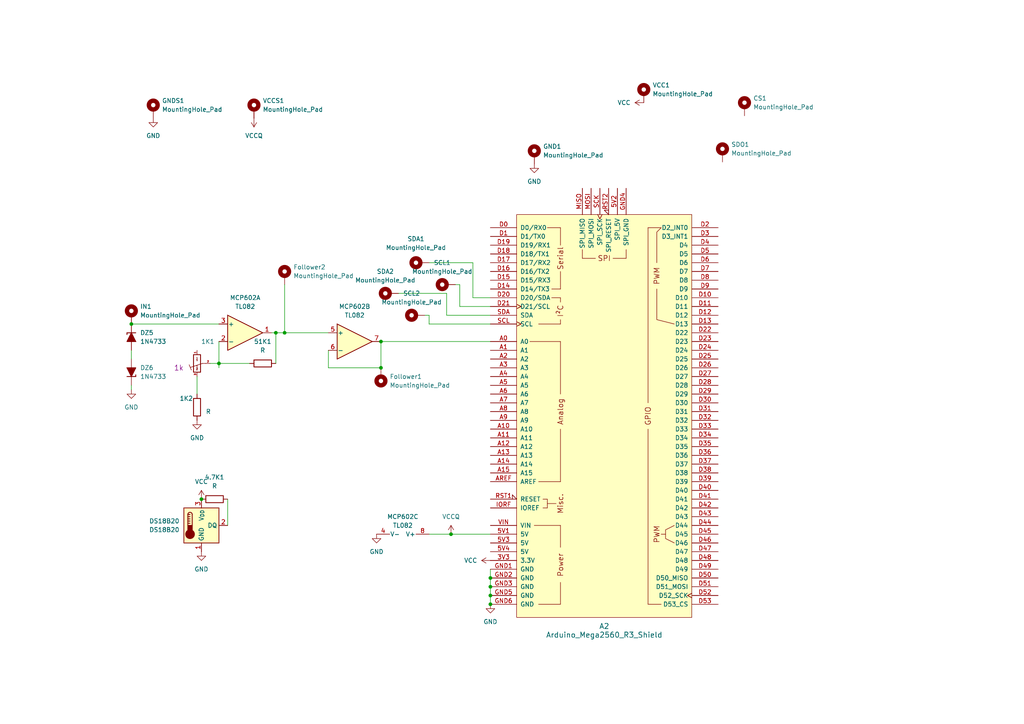
<source format=kicad_sch>
(kicad_sch (version 20230121) (generator eeschema)
  (paper "A4")
  (lib_symbols
    (symbol "Amplifier_Operational:TL082" (pin_names (offset 0.127))
      (property "Reference" "U" (at 0 5.08 0))
      (property "Value" "TL082" (at 0 -5.08 0))
      (symbol "TL082_1_1"
        (polyline (pts (xy -5.08 5.08) (xy 5.08 0) (xy -5.08 -5.08) (xy -5.08 5.08)) (stroke (width 0.254)) (fill (type background)))
        (pin output line (at 7.62 0 180) (length 2.54) (name "~") (number "1"))
        (pin input line (at -7.62 -2.54 0) (length 2.54) (name "-") (number "2"))
        (pin input line (at -7.62 2.54 0) (length 2.54) (name "+") (number "3"))
      )
      (symbol "TL082_2_1"
        (polyline (pts (xy -5.08 5.08) (xy 5.08 0) (xy -5.08 -5.08) (xy -5.08 5.08)) (stroke (width 0.254)) (fill (type background)))
        (pin input line (at -7.62 2.54 0) (length 2.54) (name "+") (number "5"))
        (pin input line (at -7.62 -2.54 0) (length 2.54) (name "-") (number "6"))
        (pin output line (at 7.62 0 180) (length 2.54) (name "~") (number "7"))
      )
      (symbol "TL082_3_1"
        (pin power_in line (at -2.54 -7.62 90) (length 3.81) (name "V-") (number "4"))
        (pin power_in line (at -2.54 7.62 270) (length 3.81) (name "V+") (number "8"))
      )
    )
    (symbol "Device:R" (pin_numbers hide) (pin_names (offset 0))
      (property "Reference" "R" (at 2.032 0 90))
      (property "Value" "R" (at 0 0 90))
      (symbol "R_0_1"
        (rectangle (start -1.016 -2.54) (end 1.016 2.54) (stroke (width 0.254)))
      )
      (symbol "R_1_1"
        (pin passive line (at 0 3.81 270) (length 1.27) (name "~") (number "1"))
        (pin passive line (at 0 -3.81 90) (length 1.27) (name "~") (number "2"))
      )
    )
    (symbol "Mechanical:MountingHole_Pad" (pin_numbers hide) (pin_names (offset 1.016) hide)
      (property "Reference" "H" (at 0 6.35 0))
      (property "Value" "MountingHole_Pad" (at 0 4.445 0))
      (symbol "MountingHole_Pad_0_1"
        (circle (center 0 1.27) (radius 1.27) (stroke (width 1.27)))
      )
      (symbol "MountingHole_Pad_1_1"
        (pin input line (at 0 -2.54 90) (length 2.54) (name "1") (number "1"))
      )
    )
    (symbol "PCM_4ms_Potentiometer:TrimPot_T73YEt_1k" (pin_names (offset 1.016) hide)
      (property "Reference" "TRIM" (at -5.08 0.381 90))
      (property "Display" "1k" (at -3.302 0.127 90))
      (symbol "TrimPot_T73YEt_1k_0_1"
        (polyline (pts (xy -2.286 -0.381) (xy -1.651 -1.905)))
        (polyline (pts (xy -1.905 -1.143) (xy 1.524 0)))
        (polyline (pts (xy 2.54 0) (xy 1.524 0)))
        (rectangle (start 1.016 2.54) (end -1.016 -2.54) (stroke (width 0.254)))
      )
      (symbol "TrimPot_T73YEt_1k_1_0"
        (text "Left/1" (at 0 1.27 900) (effects (font (size 0.254 0.254))))
        (text "Right/3" (at 0 -1.27 900) (effects (font (size 0.254 0.254))))
      )
      (symbol "TrimPot_T73YEt_1k_1_1"
        (pin passive line (at 0 3.81 270) (length 1.27) (name "Left") (number "1"))
        (pin passive line (at 3.81 0 180) (length 1.27) (name "Center") (number "2"))
        (pin passive line (at 0 -3.81 90) (length 1.27) (name "Right") (number "3"))
      )
    )
    (symbol "PCM_4ms_Power-symbol:GND" (power) (pin_names (offset 0))
      (property "Value" "GND" (at 0 -3.81 0))
      (symbol "GND_0_1"
        (polyline (pts (xy 0 0) (xy 0 -1.27) (xy 1.27 -1.27) (xy 0 -2.54) (xy -1.27 -1.27) (xy 0 -1.27)))
      )
      (symbol "GND_1_1"
        (pin power_in line (at 0 0 270) (length 0) hide (name "GND") (number "1"))
      )
    )
    (symbol "PCM_Diode_Zener_AKL:1N4733" (pin_numbers hide) (pin_names (offset 1.016) hide)
      (property "Reference" "DZ" (at 0 5.08 0))
      (property "Value" "1N4733" (at 0 2.54 0))
      (symbol "1N4733_0_1"
        (polyline (pts (xy -1.27 0) (xy 1.27 0)))
        (polyline (pts (xy 1.27 1.27) (xy 0.762 1.27)) (stroke (width 0.254)))
        (polyline (pts (xy 1.27 1.27) (xy 1.27 -1.27)) (stroke (width 0.254)))
        (polyline (pts (xy -1.27 -1.27) (xy -1.27 1.27) (xy 1.27 0) (xy -1.27 -1.27)) (stroke (width 0.254)) (fill (type outline)))
      )
      (symbol "1N4733_1_1"
        (pin passive line (at 3.81 0 180) (length 2.54) (name "K") (number "1"))
        (pin passive line (at -3.81 0 0) (length 2.54) (name "A") (number "2"))
      )
    )
    (symbol "PCM_arduino-library:Arduino_Mega2560_R3_Shield" (pin_names (offset 1.016))
      (property "Reference" "A" (at 0 -62.23 0))
      (property "Value" "Arduino_Mega2560_R3_Shield" (at 0 -66.04 0))
      (symbol "Arduino_Mega2560_R3_Shield_0_0"
        (rectangle (start -25.4 -58.42) (end 25.4 58.42) (fill (type background)))
        (rectangle (start -20.32 -31.75) (end -12.7 -31.75))
        (rectangle (start -19.05 -54.61) (end -12.7 -54.61))
        (rectangle (start -19.05 -19.05) (end -12.7 -19.05))
        (rectangle (start -19.05 26.67) (end -12.7 26.67))
        (rectangle (start -17.78 -26.67) (end -16.51 -26.67))
        (rectangle (start -17.78 -24.13) (end -16.51 -24.13))
        (rectangle (start -16.51 -25.4) (end -13.97 -25.4))
        (rectangle (start -16.51 -24.13) (end -16.51 -26.67))
        (rectangle (start -16.51 54.61) (end -12.7 54.61))
        (rectangle (start -15.24 34.29) (end -12.7 34.29))
        (rectangle (start -15.24 36.83) (end -12.7 36.83))
        (rectangle (start -12.7 -54.61) (end -12.7 -48.26))
        (rectangle (start -12.7 -31.75) (end -12.7 -38.1))
        (rectangle (start -12.7 26.67) (end -12.7 27.94))
        (rectangle (start -12.7 34.29) (end -12.7 33.02))
        (rectangle (start -12.7 41.91) (end -12.7 36.83))
        (rectangle (start -12.7 49.53) (end -12.7 54.61))
        (rectangle (start -6.35 48.26) (end -6.35 45.72))
        (rectangle (start -2.54 45.72) (end -6.35 45.72))
        (polyline (pts (xy -21.59 21.59) (xy -12.7 21.59)))
        (polyline (pts (xy -12.7 -19.05) (xy -12.7 -3.81)))
        (polyline (pts (xy -12.7 6.35) (xy -12.7 21.59)))
        (polyline (pts (xy 12.7 -54.61) (xy 16.51 -54.61)))
        (polyline (pts (xy 12.7 54.61) (xy 16.51 54.61)))
        (polyline (pts (xy 17.78 -34.29) (xy 16.51 -34.29)))
        (polyline (pts (xy 15.24 36.83) (xy 15.24 27.94) (xy 20.32 26.67)))
        (polyline (pts (xy 15.24 44.45) (xy 15.24 53.34) (xy 16.51 54.61)))
        (polyline (pts (xy 20.32 -31.75) (xy 17.78 -33.02) (xy 17.78 -35.56) (xy 20.32 -36.83)))
        (rectangle (start 6.35 45.72) (end 2.54 45.72))
        (rectangle (start 6.35 48.26) (end 6.35 45.72))
        (text "Analog" (at -12.7 1.27 900) (effects (font (size 1.524 1.524))))
        (text "I²C" (at -12.7 30.48 900) (effects (font (size 1.524 1.524))))
        (text "Misc." (at -12.7 -25.4 900) (effects (font (size 1.524 1.524))))
        (text "Power" (at -12.7 -43.18 900) (effects (font (size 1.524 1.524))))
        (text "PWM" (at 15.24 -34.29 900) (effects (font (size 1.524 1.524))))
        (text "PWM" (at 15.24 40.64 900) (effects (font (size 1.524 1.524))))
        (text "Serial" (at -12.7 45.72 900) (effects (font (size 1.524 1.524))))
        (text "SPI" (at 0 45.72 0) (effects (font (size 1.524 1.524))))
      )
      (symbol "Arduino_Mega2560_R3_Shield_1_0"
        (rectangle (start 12.7 -54.61) (end 12.7 -3.81))
        (rectangle (start 12.7 54.61) (end 12.7 3.81))
        (text "GPIO" (at 12.7 0 900) (effects (font (size 1.524 1.524))))
      )
      (symbol "Arduino_Mega2560_R3_Shield_1_1"
        (pin power_out line (at -33.02 -41.91 0) (length 7.62) (name "3.3V") (number "3V3"))
        (pin power_in line (at -33.02 -34.29 0) (length 7.62) (name "5V") (number "5V1"))
        (pin power_in line (at 3.81 66.04 270) (length 7.62) (name "SPI_5V") (number "5V2"))
        (pin power_in line (at -33.02 -36.83 0) (length 7.62) (name "5V") (number "5V3"))
        (pin power_in line (at -33.02 -39.37 0) (length 7.62) (name "5V") (number "5V4"))
        (pin bidirectional line (at -33.02 21.59 0) (length 7.62) (name "A0") (number "A0"))
        (pin bidirectional line (at -33.02 19.05 0) (length 7.62) (name "A1") (number "A1"))
        (pin bidirectional line (at -33.02 -3.81 0) (length 7.62) (name "A10") (number "A10"))
        (pin bidirectional line (at -33.02 -6.35 0) (length 7.62) (name "A11") (number "A11"))
        (pin bidirectional line (at -33.02 -8.89 0) (length 7.62) (name "A12") (number "A12"))
        (pin bidirectional line (at -33.02 -11.43 0) (length 7.62) (name "A13") (number "A13"))
        (pin bidirectional line (at -33.02 -13.97 0) (length 7.62) (name "A14") (number "A14"))
        (pin bidirectional line (at -33.02 -16.51 0) (length 7.62) (name "A15") (number "A15"))
        (pin bidirectional line (at -33.02 16.51 0) (length 7.62) (name "A2") (number "A2"))
        (pin bidirectional line (at -33.02 13.97 0) (length 7.62) (name "A3") (number "A3"))
        (pin bidirectional line (at -33.02 11.43 0) (length 7.62) (name "A4") (number "A4"))
        (pin bidirectional line (at -33.02 8.89 0) (length 7.62) (name "A5") (number "A5"))
        (pin bidirectional line (at -33.02 6.35 0) (length 7.62) (name "A6") (number "A6"))
        (pin bidirectional line (at -33.02 3.81 0) (length 7.62) (name "A7") (number "A7"))
        (pin bidirectional line (at -33.02 1.27 0) (length 7.62) (name "A8") (number "A8"))
        (pin bidirectional line (at -33.02 -1.27 0) (length 7.62) (name "A9") (number "A9"))
        (pin input line (at -33.02 -19.05 0) (length 7.62) (name "AREF") (number "AREF"))
        (pin bidirectional line (at -33.02 54.61 0) (length 7.62) (name "D0/RX0") (number "D0"))
        (pin bidirectional line (at -33.02 52.07 0) (length 7.62) (name "D1/TX0") (number "D1"))
        (pin bidirectional line (at 33.02 34.29 180) (length 7.62) (name "D10") (number "D10"))
        (pin bidirectional line (at 33.02 31.75 180) (length 7.62) (name "D11") (number "D11"))
        (pin bidirectional line (at 33.02 29.21 180) (length 7.62) (name "D12") (number "D12"))
        (pin bidirectional line (at 33.02 26.67 180) (length 7.62) (name "D13") (number "D13"))
        (pin bidirectional line (at -33.02 36.83 0) (length 7.62) (name "D14/TX3") (number "D14"))
        (pin bidirectional line (at -33.02 39.37 0) (length 7.62) (name "D15/RX3") (number "D15"))
        (pin bidirectional line (at -33.02 41.91 0) (length 7.62) (name "D16/TX2") (number "D16"))
        (pin bidirectional line (at -33.02 44.45 0) (length 7.62) (name "D17/RX2") (number "D17"))
        (pin bidirectional line (at -33.02 46.99 0) (length 7.62) (name "D18/TX1") (number "D18"))
        (pin bidirectional line (at -33.02 49.53 0) (length 7.62) (name "D19/RX1") (number "D19"))
        (pin bidirectional line (at 33.02 54.61 180) (length 7.62) (name "D2_INT0") (number "D2"))
        (pin bidirectional line (at -33.02 34.29 0) (length 7.62) (name "D20/SDA") (number "D20"))
        (pin bidirectional clock (at -33.02 31.75 0) (length 7.62) (name "D21/SCL") (number "D21"))
        (pin bidirectional line (at 33.02 24.13 180) (length 7.62) (name "D22") (number "D22"))
        (pin bidirectional line (at 33.02 21.59 180) (length 7.62) (name "D23") (number "D23"))
        (pin bidirectional line (at 33.02 19.05 180) (length 7.62) (name "D24") (number "D24"))
        (pin bidirectional line (at 33.02 16.51 180) (length 7.62) (name "D25") (number "D25"))
        (pin bidirectional line (at 33.02 13.97 180) (length 7.62) (name "D26") (number "D26"))
        (pin bidirectional line (at 33.02 11.43 180) (length 7.62) (name "D27") (number "D27"))
        (pin bidirectional line (at 33.02 8.89 180) (length 7.62) (name "D28") (number "D28"))
        (pin bidirectional line (at 33.02 6.35 180) (length 7.62) (name "D29") (number "D29"))
        (pin bidirectional line (at 33.02 52.07 180) (length 7.62) (name "D3_INT1") (number "D3"))
        (pin bidirectional line (at 33.02 3.81 180) (length 7.62) (name "D30") (number "D30"))
        (pin bidirectional line (at 33.02 1.27 180) (length 7.62) (name "D31") (number "D31"))
        (pin bidirectional line (at 33.02 -1.27 180) (length 7.62) (name "D32") (number "D32"))
        (pin bidirectional line (at 33.02 -3.81 180) (length 7.62) (name "D33") (number "D33"))
        (pin bidirectional line (at 33.02 -6.35 180) (length 7.62) (name "D34") (number "D34"))
        (pin bidirectional line (at 33.02 -8.89 180) (length 7.62) (name "D35") (number "D35"))
        (pin bidirectional line (at 33.02 -11.43 180) (length 7.62) (name "D36") (number "D36"))
        (pin bidirectional line (at 33.02 -13.97 180) (length 7.62) (name "D37") (number "D37"))
        (pin bidirectional line (at 33.02 -16.51 180) (length 7.62) (name "D38") (number "D38"))
        (pin bidirectional line (at 33.02 -19.05 180) (length 7.62) (name "D39") (number "D39"))
        (pin bidirectional line (at 33.02 49.53 180) (length 7.62) (name "D4") (number "D4"))
        (pin bidirectional line (at 33.02 -21.59 180) (length 7.62) (name "D40") (number "D40"))
        (pin bidirectional line (at 33.02 -24.13 180) (length 7.62) (name "D41") (number "D41"))
        (pin bidirectional line (at 33.02 -26.67 180) (length 7.62) (name "D42") (number "D42"))
        (pin bidirectional line (at 33.02 -29.21 180) (length 7.62) (name "D43") (number "D43"))
        (pin bidirectional line (at 33.02 -31.75 180) (length 7.62) (name "D44") (number "D44"))
        (pin bidirectional line (at 33.02 -34.29 180) (length 7.62) (name "D45") (number "D45"))
        (pin bidirectional line (at 33.02 -36.83 180) (length 7.62) (name "D46") (number "D46"))
        (pin bidirectional line (at 33.02 -39.37 180) (length 7.62) (name "D47") (number "D47"))
        (pin bidirectional line (at 33.02 -41.91 180) (length 7.62) (name "D48") (number "D48"))
        (pin bidirectional line (at 33.02 -44.45 180) (length 7.62) (name "D49") (number "D49"))
        (pin bidirectional line (at 33.02 46.99 180) (length 7.62) (name "D5") (number "D5"))
        (pin bidirectional line (at 33.02 -46.99 180) (length 7.62) (name "D50_MISO") (number "D50"))
        (pin bidirectional line (at 33.02 -49.53 180) (length 7.62) (name "D51_MOSI") (number "D51"))
        (pin bidirectional clock (at 33.02 -52.07 180) (length 7.62) (name "D52_SCK") (number "D52"))
        (pin bidirectional line (at 33.02 -54.61 180) (length 7.62) (name "D53_CS") (number "D53"))
        (pin bidirectional line (at 33.02 44.45 180) (length 7.62) (name "D6") (number "D6"))
        (pin bidirectional line (at 33.02 41.91 180) (length 7.62) (name "D7") (number "D7"))
        (pin bidirectional line (at 33.02 39.37 180) (length 7.62) (name "D8") (number "D8"))
        (pin bidirectional line (at 33.02 36.83 180) (length 7.62) (name "D9") (number "D9"))
        (pin power_in line (at -33.02 -44.45 0) (length 7.62) (name "GND") (number "GND1"))
        (pin power_in line (at -33.02 -46.99 0) (length 7.62) (name "GND") (number "GND2"))
        (pin power_in line (at -33.02 -49.53 0) (length 7.62) (name "GND") (number "GND3"))
        (pin power_in line (at 6.35 66.04 270) (length 7.62) (name "SPI_GND") (number "GND4"))
        (pin power_in line (at -33.02 -52.07 0) (length 7.62) (name "GND") (number "GND5"))
        (pin power_in line (at -33.02 -54.61 0) (length 7.62) (name "GND") (number "GND6"))
        (pin output line (at -33.02 -26.67 0) (length 7.62) (name "IOREF") (number "IORF"))
        (pin input line (at -6.35 66.04 270) (length 7.62) (name "SPI_MISO") (number "MISO"))
        (pin output line (at -3.81 66.04 270) (length 7.62) (name "SPI_MOSI") (number "MOSI"))
        (pin open_collector input_low (at -33.02 -24.13 0) (length 7.62) (name "RESET") (number "RST1"))
        (pin open_collector input_low (at 1.27 66.04 270) (length 7.62) (name "SPI_RESET") (number "RST2"))
        (pin output clock (at -1.27 66.04 270) (length 7.62) (name "SPI_SCK") (number "SCK"))
        (pin bidirectional clock (at -33.02 26.67 0) (length 7.62) (name "SCL") (number "SCL"))
        (pin bidirectional line (at -33.02 29.21 0) (length 7.62) (name "SDA") (number "SDA"))
        (pin power_in line (at -33.02 -31.75 0) (length 7.62) (name "VIN") (number "VIN"))
      )
    )
    (symbol "Sensor_Temperature:DS18B20"
      (property "Reference" "U" (at -3.81 6.35 0))
      (property "Value" "DS18B20" (at 6.35 6.35 0))
      (symbol "DS18B20_0_1"
        (rectangle (start -5.08 5.08) (end 5.08 -5.08) (stroke (width 0.254)) (fill (type background)))
        (circle (center -3.302 -2.54) (radius 1.27) (stroke (width 0.254)) (fill (type outline)))
        (rectangle (start -2.667 -1.905) (end -3.937 0) (stroke (width 0.254)) (fill (type outline)))
        (arc (start -2.667 3.175) (mid -3.302 3.8073) (end -3.937 3.175) (stroke (width 0.254)))
        (polyline (pts (xy -3.937 0.635) (xy -3.302 0.635)) (stroke (width 0.254)))
        (polyline (pts (xy -3.937 1.27) (xy -3.302 1.27)) (stroke (width 0.254)))
        (polyline (pts (xy -3.937 1.905) (xy -3.302 1.905)) (stroke (width 0.254)))
        (polyline (pts (xy -3.937 2.54) (xy -3.302 2.54)) (stroke (width 0.254)))
        (polyline (pts (xy -3.937 3.175) (xy -3.937 0)) (stroke (width 0.254)))
        (polyline (pts (xy -3.937 3.175) (xy -3.302 3.175)) (stroke (width 0.254)))
        (polyline (pts (xy -2.667 3.175) (xy -2.667 0)) (stroke (width 0.254)))
      )
      (symbol "DS18B20_1_1"
        (pin power_in line (at 0 -7.62 90) (length 2.54) (name "GND") (number "1"))
        (pin bidirectional line (at 7.62 0 180) (length 2.54) (name "DQ") (number "2"))
        (pin power_in line (at 0 7.62 270) (length 2.54) (name "V_{DD}") (number "3"))
      )
    )
    (symbol "power:VCC" (power) (pin_names (offset 0))
      (property "Value" "VCC" (at 0 3.81 0))
      (symbol "VCC_0_1"
        (polyline (pts (xy -0.762 1.27) (xy 0 2.54)))
        (polyline (pts (xy 0 0) (xy 0 2.54)))
        (polyline (pts (xy 0 2.54) (xy 0.762 1.27)))
      )
      (symbol "VCC_1_1"
        (pin power_in line (at 0 0 90) (length 0) hide (name "VCC") (number "1"))
      )
    )
    (symbol "power:VCCQ" (power) (pin_names (offset 0))
      (property "Value" "VCCQ" (at 0 3.81 0))
      (symbol "VCCQ_0_1"
        (polyline (pts (xy -0.762 1.27) (xy 0 2.54)))
        (polyline (pts (xy 0 0) (xy 0 2.54)))
        (polyline (pts (xy 0 2.54) (xy 0.762 1.27)))
      )
      (symbol "VCCQ_1_1"
        (pin power_in line (at 0 0 90) (length 0) hide (name "VCCQ") (number "1"))
      )
    )
  )
  (junction (at 110.49 106.68))
  (junction (at 110.49 99.06))
  (junction (at 80.01 96.52))
  (junction (at 142.24 172.72))
  (junction (at 38.1 93.98))
  (junction (at 82.55 96.52))
  (junction (at 130.81 154.94))
  (junction (at 63.5 105.41))
  (junction (at 142.24 170.18))
  (junction (at 142.24 167.64))
  (junction (at 58.42 144.78))
  (junction (at 142.24 175.26))
  (wire (pts (xy 124.46 93.98) (xy 142.24 93.98)))
  (wire (pts (xy 142.24 172.72) (xy 142.24 175.26)))
  (wire (pts (xy 38.1 93.98) (xy 63.5 93.98)))
  (wire (pts (xy 38.1 104.14) (xy 38.1 101.6)))
  (wire (pts (xy 115.57 85.09) (xy 129.54 85.09)))
  (wire (pts (xy 142.24 165.1) (xy 142.24 167.64)))
  (wire (pts (xy 66.04 144.78) (xy 66.04 152.4)))
  (wire (pts (xy 129.54 91.44) (xy 142.24 91.44)))
  (wire (pts (xy 142.24 167.64) (xy 142.24 170.18)))
  (wire (pts (xy 142.24 170.18) (xy 142.24 172.72)))
  (wire (pts (xy 82.55 82.55) (xy 82.55 96.52)))
  (wire (pts (xy 63.5 105.41) (xy 63.5 99.06)))
  (wire (pts (xy 129.54 85.09) (xy 129.54 91.44)))
  (wire (pts (xy 38.1 113.03) (xy 38.1 111.76)))
  (wire (pts (xy 63.5 105.41) (xy 72.39 105.41)))
  (wire (pts (xy 142.24 99.06) (xy 110.49 99.06)))
  (wire (pts (xy 80.01 96.52) (xy 78.74 96.52)))
  (wire (pts (xy 124.46 154.94) (xy 130.81 154.94)))
  (wire (pts (xy 132.08 82.55) (xy 133.35 82.55)))
  (wire (pts (xy 124.46 91.44) (xy 124.46 93.98)))
  (wire (pts (xy 130.81 154.94) (xy 142.24 154.94)))
  (wire (pts (xy 60.96 105.41) (xy 63.5 105.41)))
  (wire (pts (xy 123.19 91.44) (xy 124.46 91.44)))
  (wire (pts (xy 137.16 76.2) (xy 137.16 86.36)))
  (wire (pts (xy 82.55 96.52) (xy 95.25 96.52)))
  (wire (pts (xy 133.35 88.9) (xy 142.24 88.9)))
  (wire (pts (xy 63.5 106.68) (xy 63.5 105.41)))
  (wire (pts (xy 110.49 106.68) (xy 110.49 99.06)))
  (wire (pts (xy 57.15 109.22) (xy 57.15 114.3)))
  (wire (pts (xy 80.01 96.52) (xy 80.01 105.41)))
  (wire (pts (xy 133.35 82.55) (xy 133.35 88.9)))
  (wire (pts (xy 95.25 101.6) (xy 95.25 106.68)))
  (wire (pts (xy 95.25 106.68) (xy 110.49 106.68)))
  (wire (pts (xy 80.01 96.52) (xy 82.55 96.52)))
  (wire (pts (xy 137.16 86.36) (xy 142.24 86.36)))
  (wire (pts (xy 124.46 76.2) (xy 137.16 76.2)))
  (symbol (lib_id "PCM_4ms_Potentiometer:TrimPot_T73YEt_1k") (at 57.15 105.41 0) (unit 1)
    (property "Reference" "1K1" (at 62.23 99.06 0) (effects (justify right)))
    (property "Value" "TrimPot_T73YEt_1k" (effects hide))
    (property "Footprint" "PCM_Potentiometer_THT_US_AKL:Potentiometer_Bourns_3296W_Vertical" (effects hide))
    (property "Specifications" "Trimpot, TH, 1k, single turn, square" (effects hide))
    (property "Manufacturer" "Vishay" (effects hide))
    (property "Part Number" "T73YE102KT20" (effects hide))
    (property "Display" "1k" (at 53.34 106.68 0) (effects (font (size 1.524 1.524)) (justify right)))
  )
  (symbol (lib_id "power:VCCQ") (at 73.66 34.29 180) (unit 1)
    (property "Reference" "#PWR012" (effects hide))
    (property "Value" "VCCQ" (at 73.66 39.37 0))
  )
  (symbol (lib_id "power:VCCQ") (at 130.81 154.94 0) (unit 1)
    (property "Reference" "#PWR04" (effects hide))
    (property "Value" "VCCQ" (at 130.81 149.86 0))
  )
  (symbol (lib_id "Amplifier_Operational:TL082") (at 116.84 157.48 270) (unit 3)
    (property "Reference" "MCP602" (at 116.84 149.86 90))
    (property "Value" "TL082" (at 116.84 152.4 90))
    (property "Footprint" "Package_DIP:DIP-8_W7.62mm" (effects hide))
    (property "Datasheet" "http://www.ti.com/lit/ds/symlink/tl081.pdf" (effects hide))
  )
  (symbol (lib_id "Mechanical:MountingHole_Pad") (at 121.92 76.2 90) (unit 1)
    (property "Reference" "SDA1" (at 120.65 69.2797 90))
    (property "Value" "MountingHole_Pad" (at 120.65 71.8197 90))
    (property "Footprint" "Connector_Pin:Pin_D1.0mm_L10.0mm" (effects hide))
  )
  (symbol (lib_id "power:VCC") (at 186.7246 29.7803 90) (unit 1)
    (property "Reference" "#PWR09" (effects hide))
    (property "Value" "VCC" (at 182.9146 29.7803 90) (effects (justify left)))
  )
  (symbol (lib_id "Mechanical:MountingHole_Pad") (at 38.1 91.44 0) (unit 1)
    (property "Reference" "IN1" (at 40.64 88.9 0) (effects (justify left)))
    (property "Value" "MountingHole_Pad" (at 40.64 91.44 0) (effects (justify left)))
    (property "Footprint" "Connector_Pin:Pin_D1.0mm_L10.0mm" (effects hide))
  )
  (symbol (lib_id "Mechanical:MountingHole_Pad") (at 129.54 82.55 90) (unit 1)
    (property "Reference" "SCL1" (at 128.27 76.2 90))
    (property "Value" "MountingHole_Pad" (at 128.27 78.74 90))
    (property "Footprint" "Connector_Pin:Pin_D1.0mm_L10.0mm" (effects hide))
  )
  (symbol (lib_id "PCM_4ms_Power-symbol:GND") (at 109.22 154.94 0) (unit 1)
    (property "Reference" "#PWR014" (effects hide))
    (property "Value" "GND" (at 109.22 160.02 0))
  )
  (symbol (lib_id "Mechanical:MountingHole_Pad") (at 73.66 31.75 0) (unit 1)
    (property "Reference" "VCCS1" (at 76.2 29.21 0) (effects (justify left)))
    (property "Value" "MountingHole_Pad" (at 76.2 31.75 0) (effects (justify left)))
    (property "Footprint" "Connector_Pin:Pin_D1.0mm_L10.0mm" (effects hide))
  )
  (symbol (lib_id "Mechanical:MountingHole_Pad") (at 215.9346 31.0503 0) (unit 1)
    (property "Reference" "CS1" (at 218.4746 28.5103 0) (effects (justify left)))
    (property "Value" "MountingHole_Pad" (at 218.4746 31.0503 0) (effects (justify left)))
    (property "Footprint" "Connector_Pin:Pin_D1.0mm_L10.0mm" (effects hide))
  )
  (symbol (lib_id "Device:R") (at 57.15 118.11 180) (unit 1)
    (property "Reference" "1K2" (at 52.07 115.57 0) (effects (justify right)))
    (property "Value" "R" (at 59.69 119.38 0) (effects (justify right)))
    (property "Footprint" "Resistor_THT:R_Axial_DIN0204_L3.6mm_D1.6mm_P7.62mm_Horizontal" (effects hide))
  )
  (symbol (lib_id "Mechanical:MountingHole_Pad") (at 110.49 109.22 180) (unit 1)
    (property "Reference" "Follower1" (at 113.03 109.22 0) (effects (justify right)))
    (property "Value" "MountingHole_Pad" (at 113.03 111.76 0) (effects (justify right)))
    (property "Footprint" "Connector_Pin:Pin_D1.0mm_L10.0mm" (effects hide))
  )
  (symbol (lib_id "Mechanical:MountingHole_Pad") (at 209.55 44.45 0) (unit 1)
    (property "Reference" "SDO1" (at 212.09 41.91 0) (effects (justify left)))
    (property "Value" "MountingHole_Pad" (at 212.09 44.45 0) (effects (justify left)))
    (property "Footprint" "Connector_Pin:Pin_D1.0mm_L10.0mm" (effects hide))
  )
  (symbol (lib_id "PCM_arduino-library:Arduino_Mega2560_R3_Shield") (at 175.26 120.65 0) (unit 1)
    (property "Reference" "A2" (at 175.26 181.61 0) (effects (font (size 1.524 1.524))))
    (property "Value" "Arduino_Mega2560_R3_Shield" (at 175.26 184.15 0) (effects (font (size 1.524 1.524))))
    (property "Footprint" "PCM_arduino-library:Arduino_Mega2560_R3_Shield" (effects hide))
    (property "Datasheet" "https://docs.arduino.cc/hardware/mega-2560" (effects hide))
  )
  (symbol (lib_id "Sensor_Temperature:DS18B20") (at 58.42 152.4 0) (unit 1)
    (property "Reference" "DS18B20" (at 52.07 151.13 0) (effects (justify right)))
    (property "Value" "DS18B20" (at 52.07 153.67 0) (effects (justify right)))
    (property "Footprint" "Package_TO_SOT_THT:TO-92_Inline" (effects hide))
    (property "Datasheet" "http://datasheets.maximintegrated.com/en/ds/DS18B20.pdf" (effects hide))
  )
  (symbol (lib_id "Mechanical:MountingHole_Pad") (at 44.45 31.75 0) (unit 1)
    (property "Reference" "GNDS1" (at 46.99 29.21 0) (effects (justify left)))
    (property "Value" "MountingHole_Pad" (at 46.99 31.75 0) (effects (justify left)))
    (property "Footprint" "Connector_Pin:Pin_D1.0mm_L10.0mm" (effects hide))
  )
  (symbol (lib_id "Device:R") (at 62.23 144.78 90) (unit 1)
    (property "Reference" "4.7K1" (at 62.23 138.43 90))
    (property "Value" "R" (at 62.23 140.97 90))
    (property "Footprint" "Resistor_THT:R_Axial_DIN0204_L3.6mm_D1.6mm_P7.62mm_Horizontal" (effects hide))
  )
  (symbol (lib_id "PCM_Diode_Zener_AKL:1N4733") (at 38.1 107.95 270) (unit 1)
    (property "Reference" "DZ6" (at 40.64 106.68 90) (effects (justify left)))
    (property "Value" "1N4733" (at 40.64 109.22 90) (effects (justify left)))
    (property "Footprint" "Diode_THT:D_A-405_P12.70mm_Horizontal" (effects hide))
    (property "Datasheet" "https://www.tme.eu/Document/0ec771a1264cb7f2aef89c89242989dc/1N47xxA.PDF" (effects hide))
  )
  (symbol (lib_id "PCM_4ms_Power-symbol:GND") (at 44.45 34.29 0) (unit 1)
    (property "Reference" "#PWR07" (effects hide))
    (property "Value" "GND" (at 44.45 39.37 0))
  )
  (symbol (lib_id "Mechanical:MountingHole_Pad") (at 120.65 91.44 90) (unit 1)
    (property "Reference" "SCL2" (at 119.38 85.09 90))
    (property "Value" "MountingHole_Pad" (at 119.38 87.63 90))
    (property "Footprint" "Connector_Pin:Pin_D1.0mm_L10.0mm" (effects hide))
  )
  (symbol (lib_id "Amplifier_Operational:TL082") (at 71.12 96.52 0) (unit 1)
    (property "Reference" "MCP602" (at 71.12 86.36 0))
    (property "Value" "TL082" (at 71.12 88.9 0))
    (property "Footprint" "Package_DIP:DIP-8_W7.62mm" (effects hide))
    (property "Datasheet" "http://www.ti.com/lit/ds/symlink/tl081.pdf" (effects hide))
  )
  (symbol (lib_id "Mechanical:MountingHole_Pad") (at 82.55 80.01 0) (unit 1)
    (property "Reference" "Follower2" (at 85.09 77.47 0) (effects (justify left)))
    (property "Value" "MountingHole_Pad" (at 85.09 80.01 0) (effects (justify left)))
    (property "Footprint" "Connector_Pin:Pin_D1.0mm_L10.0mm" (effects hide))
  )
  (symbol (lib_id "PCM_4ms_Power-symbol:GND") (at 57.15 121.92 0) (unit 1)
    (property "Reference" "#PWR06" (effects hide))
    (property "Value" "GND" (at 57.15 127 0))
  )
  (symbol (lib_id "power:VCC") (at 58.42 144.78 0) (unit 1)
    (property "Reference" "#PWR08" (effects hide))
    (property "Value" "VCC" (at 58.42 139.7 0))
  )
  (symbol (lib_id "Amplifier_Operational:TL082") (at 102.87 99.06 0) (unit 2)
    (property "Reference" "MCP602" (at 102.87 88.9 0))
    (property "Value" "TL082" (at 102.87 91.44 0))
    (property "Footprint" "Package_DIP:DIP-8_W7.62mm" (effects hide))
    (property "Datasheet" "http://www.ti.com/lit/ds/symlink/tl081.pdf" (effects hide))
  )
  (symbol (lib_id "Mechanical:MountingHole_Pad") (at 154.9746 45.0203 0) (unit 1)
    (property "Reference" "GND1" (at 157.5146 42.4803 0) (effects (justify left)))
    (property "Value" "MountingHole_Pad" (at 157.5146 45.0203 0) (effects (justify left)))
    (property "Footprint" "Connector_Pin:Pin_D1.0mm_L10.0mm" (effects hide))
  )
  (symbol (lib_id "PCM_4ms_Power-symbol:GND") (at 142.24 175.26 0) (unit 1)
    (property "Reference" "#PWR02" (effects hide))
    (property "Value" "GND" (at 142.24 180.34 0))
  )
  (symbol (lib_id "PCM_4ms_Power-symbol:GND") (at 38.1 113.03 0) (unit 1)
    (property "Reference" "#PWR010" (effects hide))
    (property "Value" "GND" (at 38.1 118.11 0))
  )
  (symbol (lib_id "Device:R") (at 76.2 105.41 90) (unit 1)
    (property "Reference" "51K1" (at 76.2 99.06 90))
    (property "Value" "R" (at 76.2 101.6 90))
    (property "Footprint" "Resistor_THT:R_Axial_DIN0204_L3.6mm_D1.6mm_P7.62mm_Horizontal" (effects hide))
  )
  (symbol (lib_id "Mechanical:MountingHole_Pad") (at 113.03 85.09 90) (unit 1)
    (property "Reference" "SDA2" (at 111.76 78.74 90))
    (property "Value" "MountingHole_Pad" (at 111.76 81.28 90))
    (property "Footprint" "Connector_Pin:Pin_D1.0mm_L10.0mm" (effects hide))
  )
  (symbol (lib_id "PCM_Diode_Zener_AKL:1N4733") (at 38.1 97.79 90) (unit 1)
    (property "Reference" "DZ5" (at 40.64 96.52 90) (effects (justify right)))
    (property "Value" "1N4733" (at 40.64 99.06 90) (effects (justify right)))
    (property "Footprint" "Diode_THT:D_A-405_P12.70mm_Horizontal" (effects hide))
    (property "Datasheet" "https://www.tme.eu/Document/0ec771a1264cb7f2aef89c89242989dc/1N47xxA.PDF" (effects hide))
  )
  (symbol (lib_id "power:VCC") (at 142.24 162.56 90) (unit 1)
    (property "Reference" "#PWR03" (effects hide))
    (property "Value" "VCC" (at 138.43 162.56 90) (effects (justify left)))
  )
  (symbol (lib_id "Mechanical:MountingHole_Pad") (at 186.7246 27.2403 0) (unit 1)
    (property "Reference" "VCC1" (at 189.2646 24.7003 0) (effects (justify left)))
    (property "Value" "MountingHole_Pad" (at 189.2646 27.2403 0) (effects (justify left)))
    (property "Footprint" "Connector_Pin:Pin_D1.0mm_L10.0mm" (effects hide))
  )
  (symbol (lib_id "PCM_4ms_Power-symbol:GND") (at 58.42 160.02 0) (unit 1)
    (property "Reference" "#PWR01" (effects hide))
    (property "Value" "GND" (at 58.42 165.1 0))
  )
  (symbol (lib_id "PCM_4ms_Power-symbol:GND") (at 154.9746 47.5603 0) (unit 1)
    (property "Reference" "#PWR013" (effects hide))
    (property "Value" "GND" (at 154.9746 52.6403 0))
  )
)
</source>
